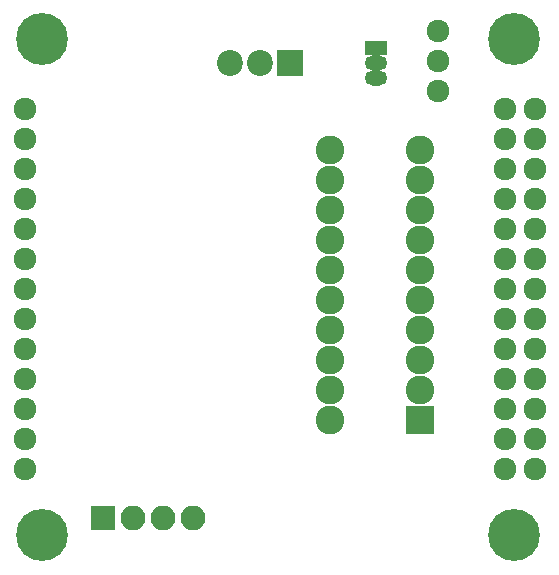
<source format=gbs>
G04 #@! TF.GenerationSoftware,KiCad,Pcbnew,no-vcs-found-e0b9a21~60~ubuntu15.04.1*
G04 #@! TF.CreationDate,2017-10-17T01:14:26+03:00*
G04 #@! TF.ProjectId,orange_pi_zero_node,6F72616E67655F70695F7A65726F5F6E,rev?*
G04 #@! TF.SameCoordinates,Original*
G04 #@! TF.FileFunction,Soldermask,Bot*
G04 #@! TF.FilePolarity,Negative*
%FSLAX46Y46*%
G04 Gerber Fmt 4.6, Leading zero omitted, Abs format (unit mm)*
G04 Created by KiCad (PCBNEW no-vcs-found-e0b9a21~60~ubuntu15.04.1) date Tue Oct 17 01:14:26 2017*
%MOMM*%
%LPD*%
G01*
G04 APERTURE LIST*
%ADD10C,4.400000*%
%ADD11C,1.924000*%
%ADD12C,2.432000*%
%ADD13R,2.432000X2.432000*%
%ADD14O,2.100000X2.100000*%
%ADD15R,2.100000X2.100000*%
%ADD16R,1.900000X1.300000*%
%ADD17O,1.900000X1.300000*%
%ADD18C,2.200000*%
%ADD19R,2.200000X2.200000*%
G04 APERTURE END LIST*
D10*
X156000000Y-53500000D03*
D11*
X114540000Y-59400000D03*
X114540000Y-61940000D03*
X114540000Y-64480000D03*
X114540000Y-67020000D03*
X114540000Y-69560000D03*
X114540000Y-72100000D03*
X114540000Y-74640000D03*
X114540000Y-77180000D03*
X114540000Y-79720000D03*
X114540000Y-82260000D03*
X114540000Y-84800000D03*
X114540000Y-87340000D03*
X114540000Y-89880000D03*
X157720000Y-89880000D03*
X155180000Y-89880000D03*
X157720000Y-87340000D03*
X155180000Y-87340000D03*
X157720000Y-84800000D03*
X155180000Y-84800000D03*
X157720000Y-82260000D03*
X155180000Y-82260000D03*
X157720000Y-79720000D03*
X155180000Y-79720000D03*
X157720000Y-77180000D03*
X155180000Y-77180000D03*
X157720000Y-74640000D03*
X155180000Y-74640000D03*
X157720000Y-72100000D03*
X155180000Y-72100000D03*
X157720000Y-69560000D03*
X155180000Y-69560000D03*
X157720000Y-67020000D03*
X155180000Y-67020000D03*
X157720000Y-64480000D03*
X155180000Y-64480000D03*
X157720000Y-61940000D03*
X155180000Y-61940000D03*
X157720000Y-59400000D03*
X155180000Y-59400000D03*
X149560000Y-52820000D03*
X149560000Y-55360000D03*
X149560000Y-57900000D03*
D10*
X116000000Y-53500000D03*
X116000000Y-95500000D03*
X156000000Y-95500000D03*
D12*
X140380000Y-85750000D03*
X140380000Y-83210000D03*
X140380000Y-80670000D03*
X140380000Y-78130000D03*
X148000000Y-65430000D03*
X148000000Y-62890000D03*
X140380000Y-62890000D03*
X140380000Y-65430000D03*
X148000000Y-67970000D03*
X148000000Y-70510000D03*
X148000000Y-73050000D03*
X148000000Y-75590000D03*
X140380000Y-75590000D03*
X140380000Y-73050000D03*
X140380000Y-70510000D03*
X140380000Y-67970000D03*
X148000000Y-78130000D03*
X148000000Y-80670000D03*
X148000000Y-83210000D03*
D13*
X148000000Y-85750000D03*
D14*
X128770000Y-94000000D03*
X126230000Y-94000000D03*
X123690000Y-94000000D03*
D15*
X121150000Y-94000000D03*
D16*
X144250000Y-54250000D03*
D17*
X144250000Y-56790000D03*
X144250000Y-55520000D03*
D18*
X131920000Y-55500000D03*
X134460000Y-55500000D03*
D19*
X137000000Y-55500000D03*
M02*

</source>
